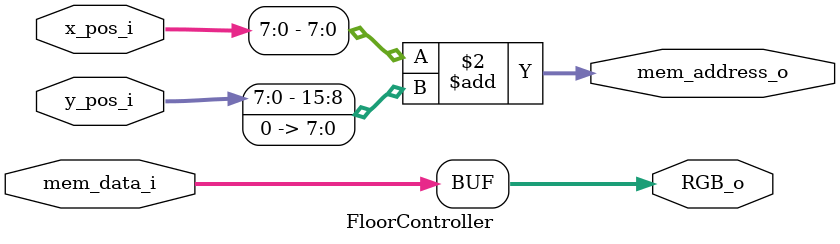
<source format=sv>
module FloorController(x_pos_i,y_pos_i,RGB_o, 
							mem_address_o, mem_data_i);
input logic [31:0] x_pos_i,y_pos_i;
output logic [15:0]mem_address_o;
output logic [23:0] RGB_o;
input logic [23:0] mem_data_i;

assign RGB_o = mem_data_i;


assign mem_address_o = (x_pos_i[7:0])+((y_pos_i[7:0])<<8);


endmodule
</source>
